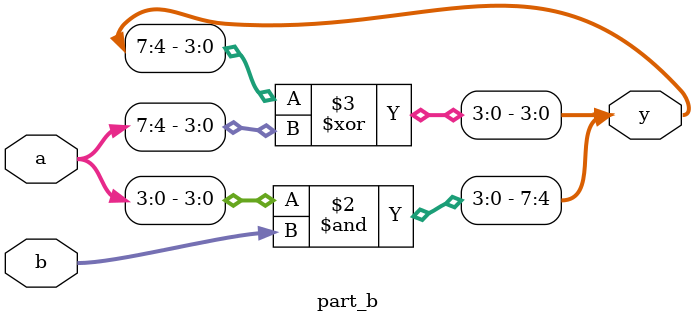
<source format=v>
module part_b (a, b, y);

	input [7:0]a; 
	input [3:0]b;
	output [7:0]y;
	reg [7:0]y;
	
	
	always @(*)
		begin
			y[7:4] = a[3:0] & b[3:0];
			y[3:0] = y[7:4] ^ a[7:4];
		end

endmodule 
</source>
